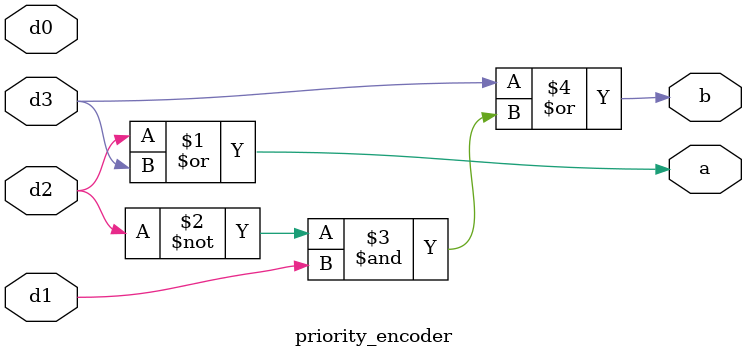
<source format=v>
module priority_encoder(output a,b, input d0,d1,d2,d3);
assign a = d2|d3;
assign b = d3|(~d2&d1);
endmodule

</source>
